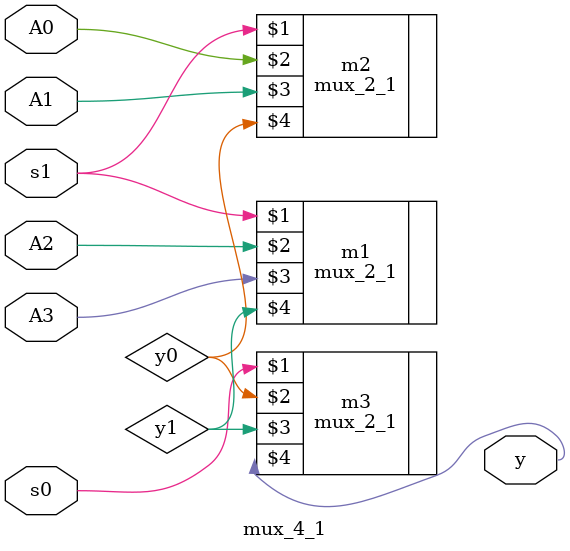
<source format=v>
`timescale 1ns / 1ps


module mux_4_1(input s0, s1,input  A0,A1,A2,A3,output y);
  
  wire y0, y1;
  
mux_2_1 m1(s1, A2, A3, y1);
mux_2_1 m2(s1, A0, A1, y0);
mux_2_1 m3(s0, y0, y1, y);
endmodule
</source>
